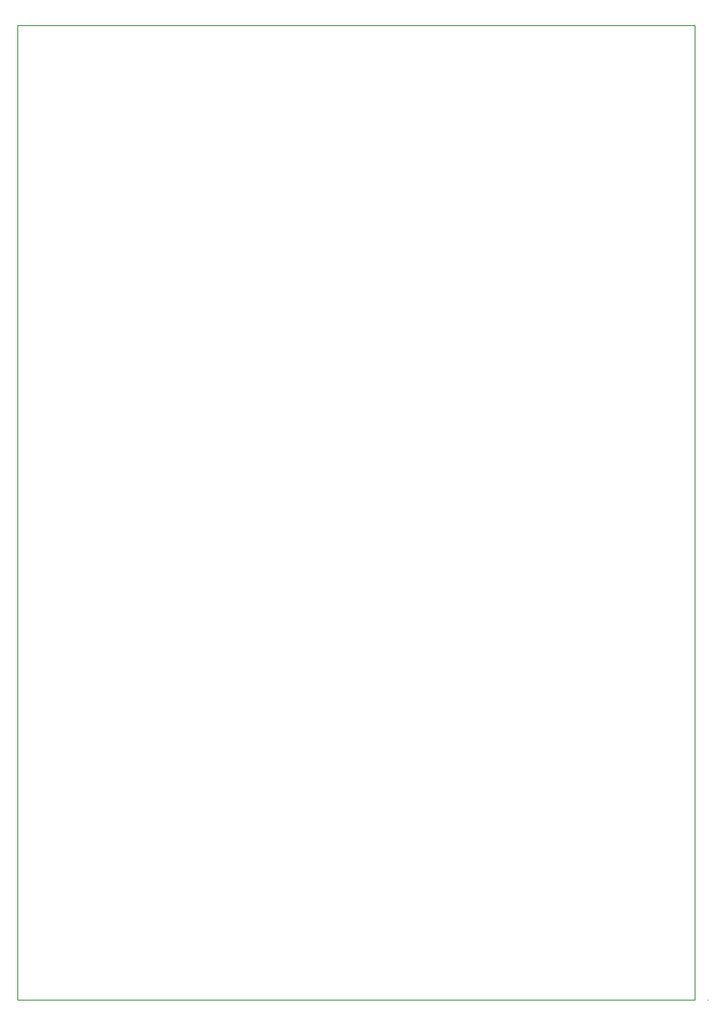
<source format=gbr>
G04 #@! TF.GenerationSoftware,KiCad,Pcbnew,(5.1.2-1)-1*
G04 #@! TF.CreationDate,2019-08-11T18:03:36-06:00*
G04 #@! TF.ProjectId,triple_hub75_v1,74726970-6c65-45f6-9875-6237355f7631,rev?*
G04 #@! TF.SameCoordinates,Original*
G04 #@! TF.FileFunction,Profile,NP*
%FSLAX46Y46*%
G04 Gerber Fmt 4.6, Leading zero omitted, Abs format (unit mm)*
G04 Created by KiCad (PCBNEW (5.1.2-1)-1) date 2019-08-11 18:03:36*
%MOMM*%
%LPD*%
G04 APERTURE LIST*
%ADD10C,0.050000*%
G04 APERTURE END LIST*
D10*
X192786000Y-19558000D02*
X192786000Y-20574000D01*
X192786000Y-19558000D02*
X126746000Y-19558000D01*
X192786000Y-114554000D02*
X192786000Y-20574000D01*
X126746000Y-114554000D02*
X192786000Y-114554000D01*
X126746000Y-19558000D02*
X126746000Y-114554000D01*
X194056000Y-114554000D02*
X194056000Y-114554000D01*
M02*

</source>
